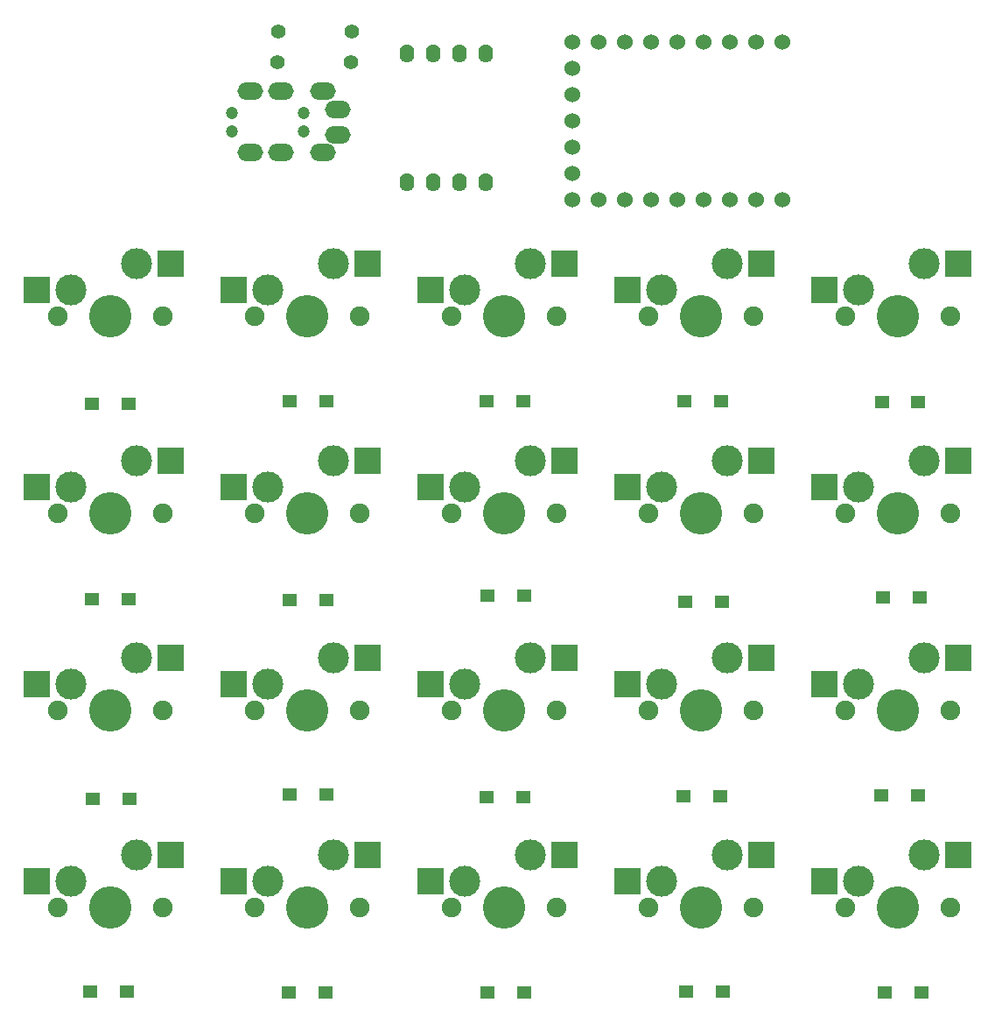
<source format=gbr>
%TF.GenerationSoftware,KiCad,Pcbnew,7.0.8*%
%TF.CreationDate,2023-11-23T22:11:04+09:00*%
%TF.ProjectId,jisaku20rp_tb,6a697361-6b75-4323-9072-705f74622e6b,rev?*%
%TF.SameCoordinates,Original*%
%TF.FileFunction,Soldermask,Bot*%
%TF.FilePolarity,Negative*%
%FSLAX46Y46*%
G04 Gerber Fmt 4.6, Leading zero omitted, Abs format (unit mm)*
G04 Created by KiCad (PCBNEW 7.0.8) date 2023-11-23 22:11:04*
%MOMM*%
%LPD*%
G01*
G04 APERTURE LIST*
%ADD10C,1.397000*%
%ADD11O,1.397000X1.778000*%
%ADD12C,1.200000*%
%ADD13O,2.500000X1.700000*%
%ADD14C,1.900000*%
%ADD15C,3.000000*%
%ADD16C,4.100000*%
%ADD17R,2.550000X2.500000*%
%ADD18C,1.524000*%
%ADD19R,1.400000X1.300000*%
G04 APERTURE END LIST*
D10*
%TO.C,R2*%
X23286000Y24530000D03*
X16174000Y24530000D03*
%TD*%
%TO.C,R1*%
X23386000Y27460000D03*
X16274000Y27460000D03*
%TD*%
D11*
%TO.C,OL1*%
X36356000Y12924000D03*
X36356000Y25370000D03*
X33816000Y12924000D03*
X33816000Y25370000D03*
X31276000Y12924000D03*
X31276000Y25370000D03*
X28736000Y12924000D03*
X28736000Y25370000D03*
%TD*%
D12*
%TO.C,J1*%
X11760000Y17870000D03*
X18760000Y17870000D03*
X11760000Y19620000D03*
X18760000Y19620000D03*
D13*
X22060000Y17520000D03*
X22060000Y19970000D03*
X13560000Y15770000D03*
X13560000Y21720000D03*
X16560000Y15770000D03*
X16560000Y21720000D03*
X20560000Y15770000D03*
X20560000Y21720000D03*
%TD*%
D14*
%TO.C,SW15*%
X71120000Y-38100000D03*
D15*
X72390000Y-35560000D03*
D16*
X76200000Y-38100000D03*
D15*
X78740000Y-33020000D03*
D14*
X81280000Y-38100000D03*
D17*
X69115000Y-35560000D03*
X82042000Y-33020000D03*
%TD*%
D14*
%TO.C,SW1*%
X-5080000Y0D03*
D15*
X-3810000Y2540000D03*
D16*
X0Y0D03*
D15*
X2540000Y5080000D03*
D14*
X5080000Y0D03*
D17*
X-7085000Y2540000D03*
X5842000Y5080000D03*
%TD*%
D14*
%TO.C,SW14*%
X52070000Y-38100000D03*
D15*
X53340000Y-35560000D03*
D16*
X57150000Y-38100000D03*
D15*
X59690000Y-33020000D03*
D14*
X62230000Y-38100000D03*
D17*
X50065000Y-35560000D03*
X62992000Y-33020000D03*
%TD*%
D14*
%TO.C,SW2*%
X13970000Y0D03*
D15*
X15240000Y2540000D03*
D16*
X19050000Y0D03*
D15*
X21590000Y5080000D03*
D14*
X24130000Y0D03*
D17*
X11965000Y2540000D03*
X24892000Y5080000D03*
%TD*%
D14*
%TO.C,SW17*%
X13970000Y-57150000D03*
D15*
X15240000Y-54610000D03*
D16*
X19050000Y-57150000D03*
D15*
X21590000Y-52070000D03*
D14*
X24130000Y-57150000D03*
D17*
X11965000Y-54610000D03*
X24892000Y-52070000D03*
%TD*%
D18*
%TO.C,U2*%
X65000000Y11230000D03*
X62460000Y11230000D03*
X59920000Y11230000D03*
X57380000Y11230000D03*
X54840000Y11230000D03*
X52300000Y11230000D03*
X49760000Y11230000D03*
X47220000Y11230000D03*
X44680000Y11230000D03*
X44680000Y13770000D03*
X44680000Y16310000D03*
X44680000Y18850000D03*
X44680000Y21390000D03*
X44680000Y23930000D03*
X44680000Y26470000D03*
X47220000Y26470000D03*
X49760000Y26470000D03*
X52300000Y26470000D03*
X54840000Y26470000D03*
X57380000Y26470000D03*
X59920000Y26470000D03*
X62460000Y26470000D03*
X65000000Y26470000D03*
%TD*%
D14*
%TO.C,SW5*%
X71120000Y0D03*
D15*
X72390000Y2540000D03*
D16*
X76200000Y0D03*
D15*
X78740000Y5080000D03*
D14*
X81280000Y0D03*
D17*
X69115000Y2540000D03*
X82042000Y5080000D03*
%TD*%
D14*
%TO.C,SW7*%
X13970000Y-19050000D03*
D15*
X15240000Y-16510000D03*
D16*
X19050000Y-19050000D03*
D15*
X21590000Y-13970000D03*
D14*
X24130000Y-19050000D03*
D17*
X11965000Y-16510000D03*
X24892000Y-13970000D03*
%TD*%
D14*
%TO.C,SW20*%
X71120000Y-57150000D03*
D15*
X72390000Y-54610000D03*
D16*
X76200000Y-57150000D03*
D15*
X78740000Y-52070000D03*
D14*
X81280000Y-57150000D03*
D17*
X69115000Y-54610000D03*
X82042000Y-52070000D03*
%TD*%
D14*
%TO.C,SW8*%
X33020000Y-19050000D03*
D15*
X34290000Y-16510000D03*
D16*
X38100000Y-19050000D03*
D15*
X40640000Y-13970000D03*
D14*
X43180000Y-19050000D03*
D17*
X31015000Y-16510000D03*
X43942000Y-13970000D03*
%TD*%
D14*
%TO.C,SW10*%
X71120000Y-19050000D03*
D15*
X72390000Y-16510000D03*
D16*
X76200000Y-19050000D03*
D15*
X78740000Y-13970000D03*
D14*
X81280000Y-19050000D03*
D17*
X69115000Y-16510000D03*
X82042000Y-13970000D03*
%TD*%
D14*
%TO.C,SW3*%
X33020000Y0D03*
D15*
X34290000Y2540000D03*
D16*
X38100000Y0D03*
D15*
X40640000Y5080000D03*
D14*
X43180000Y0D03*
D17*
X31015000Y2540000D03*
X43942000Y5080000D03*
%TD*%
D14*
%TO.C,SW16*%
X-5080000Y-57150000D03*
D15*
X-3810000Y-54610000D03*
D16*
X0Y-57150000D03*
D15*
X2540000Y-52070000D03*
D14*
X5080000Y-57150000D03*
D17*
X-7085000Y-54610000D03*
X5842000Y-52070000D03*
%TD*%
D14*
%TO.C,SW18*%
X33020000Y-57150000D03*
D15*
X34290000Y-54610000D03*
D16*
X38100000Y-57150000D03*
D15*
X40640000Y-52070000D03*
D14*
X43180000Y-57150000D03*
D17*
X31015000Y-54610000D03*
X43942000Y-52070000D03*
%TD*%
D14*
%TO.C,SW12*%
X13970000Y-38100000D03*
D15*
X15240000Y-35560000D03*
D16*
X19050000Y-38100000D03*
D15*
X21590000Y-33020000D03*
D14*
X24130000Y-38100000D03*
D17*
X11965000Y-35560000D03*
X24892000Y-33020000D03*
%TD*%
D14*
%TO.C,SW9*%
X52070000Y-19050000D03*
D15*
X53340000Y-16510000D03*
D16*
X57150000Y-19050000D03*
D15*
X59690000Y-13970000D03*
D14*
X62230000Y-19050000D03*
D17*
X50065000Y-16510000D03*
X62992000Y-13970000D03*
%TD*%
D14*
%TO.C,SW11*%
X-5080000Y-38100000D03*
D15*
X-3810000Y-35560000D03*
D16*
X0Y-38100000D03*
D15*
X2540000Y-33020000D03*
D14*
X5080000Y-38100000D03*
D17*
X-7085000Y-35560000D03*
X5842000Y-33020000D03*
%TD*%
D14*
%TO.C,SW6*%
X-5080000Y-19050000D03*
D15*
X-3810000Y-16510000D03*
D16*
X0Y-19050000D03*
D15*
X2540000Y-13970000D03*
D14*
X5080000Y-19050000D03*
D17*
X-7085000Y-16510000D03*
X5842000Y-13970000D03*
%TD*%
D14*
%TO.C,SW4*%
X52070000Y0D03*
D15*
X53340000Y2540000D03*
D16*
X57150000Y0D03*
D15*
X59690000Y5080000D03*
D14*
X62230000Y0D03*
D17*
X50065000Y2540000D03*
X62992000Y5080000D03*
%TD*%
D14*
%TO.C,SW13*%
X33020000Y-38100000D03*
D15*
X34290000Y-35560000D03*
D16*
X38100000Y-38100000D03*
D15*
X40640000Y-33020000D03*
D14*
X43180000Y-38100000D03*
D17*
X31015000Y-35560000D03*
X43942000Y-33020000D03*
%TD*%
D14*
%TO.C,SW19*%
X52070000Y-57150000D03*
D15*
X53340000Y-54610000D03*
D16*
X57150000Y-57150000D03*
D15*
X59690000Y-52070000D03*
D14*
X62230000Y-57150000D03*
D17*
X50065000Y-54610000D03*
X62992000Y-52070000D03*
%TD*%
D19*
%TO.C,D15*%
X74585000Y-46332500D03*
X78135000Y-46332500D03*
%TD*%
%TO.C,D11*%
X-1705000Y-46640000D03*
X1845000Y-46640000D03*
%TD*%
%TO.C,D4*%
X55555000Y-8240000D03*
X59105000Y-8240000D03*
%TD*%
%TO.C,D6*%
X-1725000Y-27340000D03*
X1825000Y-27340000D03*
%TD*%
%TO.C,D9*%
X55665000Y-27630000D03*
X59215000Y-27630000D03*
%TD*%
%TO.C,D8*%
X36535000Y-27050000D03*
X40085000Y-27050000D03*
%TD*%
%TO.C,D20*%
X74920000Y-65430000D03*
X78470000Y-65430000D03*
%TD*%
%TO.C,D17*%
X17286250Y-65430000D03*
X20836250Y-65430000D03*
%TD*%
%TO.C,D12*%
X17367500Y-46230000D03*
X20917500Y-46230000D03*
%TD*%
%TO.C,D10*%
X74795000Y-27195000D03*
X78345000Y-27195000D03*
%TD*%
%TO.C,D5*%
X74655000Y-8300000D03*
X78205000Y-8300000D03*
%TD*%
%TO.C,D13*%
X36440000Y-46537500D03*
X39990000Y-46537500D03*
%TD*%
%TO.C,D1*%
X-1745000Y-8510000D03*
X1805000Y-8510000D03*
%TD*%
%TO.C,D14*%
X55512500Y-46435000D03*
X59062500Y-46435000D03*
%TD*%
%TO.C,D7*%
X17405000Y-27485000D03*
X20955000Y-27485000D03*
%TD*%
%TO.C,D3*%
X36455000Y-8240000D03*
X40005000Y-8240000D03*
%TD*%
%TO.C,D19*%
X55708750Y-65300000D03*
X59258750Y-65300000D03*
%TD*%
%TO.C,D18*%
X36497500Y-65430000D03*
X40047500Y-65430000D03*
%TD*%
%TO.C,D16*%
X-1925000Y-65300000D03*
X1625000Y-65300000D03*
%TD*%
%TO.C,D2*%
X17355000Y-8240000D03*
X20905000Y-8240000D03*
%TD*%
M02*

</source>
